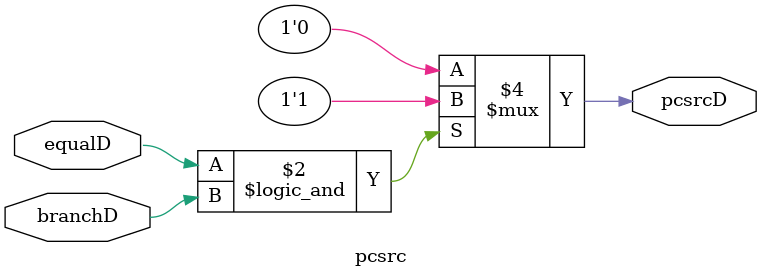
<source format=v>
module pcsrc(
    input equalD, branchD,
    output pcsrcD
);

    always @(*) begin
        if (equalD && branchD) begin
            pcsrcD = 1;
        end else begin
            pcsrcD = 0;
        end
    end

endmodule
</source>
